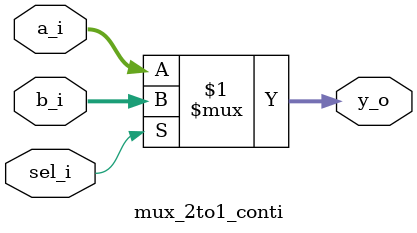
<source format=sv>
module mux_2to1_conti #(
    parameter int BIT_WIDTH = 8
) (
    input  logic                 sel_i,
    input  logic [BIT_WIDTH-1:0] a_i,
    input  logic [BIT_WIDTH-1:0] b_i,
    output logic [BIT_WIDTH-1:0] y_o
);

  // Continuous assignment
  assign y_o = sel_i ? b_i : a_i;

endmodule : mux_2to1_conti

</source>
